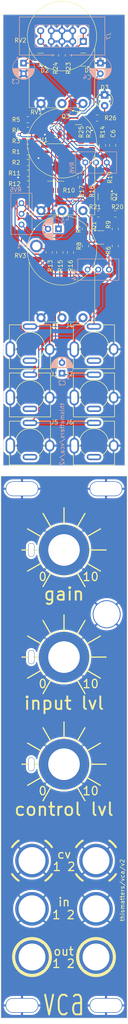
<source format=kicad_pcb>
(kicad_pcb (version 20221018) (generator pcbnew)
  (layers (0 "F.Cu" signal) (31 "B.Cu" signal) (34 "B.Paste" user) (35 "F.Paste" user) (36 "B.SilkS" user "B.Silkscreen") (37 "F.SilkS" user "F.Silkscreen") (38 "B.Mask" user) (39 "F.Mask" user) (44 "Edge.Cuts" user))
  (net 0 "")
  (net 1 "Net-(C1-Pad1)")
  (net 2 "Net-(C1-Pad2)")
  (net 3 "Net-(C2-Pad1)")
  (net 4 "Net-(C2-Pad2)")
  (net 5 "+12V")
  (net 6 "GND")
  (net 7 "-12V")
  (net 8 "Net-(D1-common)")
  (net 9 "Net-(D2-common)")
  (net 10 "Net-(D3-A)")
  (net 11 "Net-(J1-PadT)")
  (net 14 "Net-(J3-PadT)")
  (net 16 "Net-(J4-PadT)")
  (net 18 "/output")
  (net 21 "Net-(Q1A-E1)")
  (net 22 "Net-(Q1A-B1)")
  (net 23 "Net-(Q1B-C2)")
  (net 24 "Net-(Q2-B)")
  (net 25 "Net-(Q2-E)")
  (net 26 "Net-(U1A--)")
  (net 27 "Net-(U1D-+)")
  (net 28 "Net-(Q1A-C1)")
  (net 29 "Net-(R6-Pad2)")
  (net 30 "Net-(R7-Pad2)")
  (net 31 "Net-(U1B--)")
  (net 32 "Net-(U1B-+)")
  (net 33 "Net-(R10-Pad2)")
  (net 34 "Net-(R12-Pad1)")
  (net 35 "Net-(C6-Pad1)")
  (net 36 "Net-(U1C--)")
  (net 37 "Net-(R15-Pad1)")
  (net 38 "Net-(R17-Pad2)")
  (net 39 "Net-(R19-Pad1)")
  (net 40 "Net-(U1D--)")
  (net 41 "Net-(J7-Pin_1)")
  (net 42 "Net-(J7-Pin_10)")
  (net 43 "Net-(Q3-B)")
  (net 44 "/face")
  (net 45 "Net-(Q3-E)")
  (footprint "eurorack:AudioJack2_Tayda_A-2566" (layer "F.Cu") (at 25.4 96.52)
    (fp_text reference "J3")
    (fp_text value "CV 1")
  )
  (footprint "Capacitor_SMD:C_0805_2012Metric" (layer "F.Cu") (at 31.496 46.228)
    (fp_text reference "C5")
    (fp_text value "100n")
  )
  (footprint "Resistor_SMD:R_0805_2012Metric" (layer "F.Cu") (at 24.892 45.212 180)
    (fp_text reference "R4")
    (fp_text value "100K")
  )
  (footprint "eurorack:Mech-Potentiometer-Hole_level" (layer "F.Cu") (at 33.5026 144.709)
    (fp_text reference "H7")
    (fp_text value "Gain" hide)
  )
  (footprint "Resistor_SMD:R_0805_2012Metric" (layer "F.Cu") (at 40.132 56.388 -90)
    (fp_text reference "R18")
    (fp_text value "22K")
  )
  (footprint "Resistor_SMD:R_0805_2012Metric" (layer "F.Cu") (at 45.72 65.024 180)
    (fp_text reference "R20")
    (fp_text value "15K")
  )
  (footprint "Resistor_SMD:R_0805_2012Metric" (layer "F.Cu") (at 24.892 47.752)
    (fp_text reference "R3")
    (fp_text value "100K")
  )
  (footprint "Resistor_SMD:R_0805_2012Metric" (layer "F.Cu") (at 45.72 72.644 -90)
    (fp_text reference "R6")
    (fp_text value "15K")
  )
  (footprint "Resistor_SMD:R_0805_2012Metric" (layer "F.Cu") (at 32.512 74.168 90)
    (fp_text reference "R15")
    (fp_text value "68K")
  )
  (footprint "eurorack:AudioJack2_Tayda_A-2566" (layer "F.Cu") (at 25.4 119.38)
    (fp_text reference "J5")
    (fp_text value "Out 1")
  )
  (footprint "Resistor_SMD:R_0805_2012Metric" (layer "F.Cu") (at 37.592 56.388 -90)
    (fp_text reference "R17")
    (fp_text value "100K")
  )
  (footprint "Package_TO_SOT_SMD:SOT-23-3" (layer "F.Cu") (at 36.957 42.291)
    (fp_text reference "Q3")
    (fp_text value "BC547C")
  )
  (footprint "eurorack:Potentiometer_RV16AF-41-15R1" (layer "F.Cu") (at 33.02 73.66)
    (fp_text reference "RV3")
    (fp_text value "B100K")
  )
  (footprint "eurorack:Potentiometer_RV16AF-41-15R1" (layer "F.Cu") (at 33.02 22.86)
    (fp_text reference "RV2")
    (fp_text value "B100K")
  )
  (footprint "eurorack:Mech-MountingHole" (layer "F.Cu") (at 23.5026 252.704)
    (fp_text reference "H3")
    (fp_text value "MountingHole")
  )
  (footprint "eurorack:Mech-AudioJack-Hole-Input" (layer "F.Cu") (at 25.8826 229.799)
    (fp_text reference "H8")
    (fp_text value "Signal 1" hide)
  )
  (footprint "eurorack:Mech-AudioJack-Hole-Input-CV" (layer "F.Cu") (at 25.8826 218.369)
    (fp_text reference "H10")
    (fp_text value "CV 1" hide)
  )
  (footprint "eurorack:Mech-AudioJack-Hole-Output" (layer "F.Cu") (at 25.8826 241.229)
    (fp_text reference "H12")
    (fp_text value "Out 1" hide)
  )
  (footprint "Resistor_SMD:R_0805_2012Metric" (layer "F.Cu") (at 42.672 56.388 -90)
    (fp_text reference "R19")
    (fp_text value "22K")
  )
  (footprint "Resistor_SMD:R_0805_2012Metric" (layer "F.Cu") (at 37.592 48.768 90)
    (fp_text reference "R25")
    (fp_text value "100K")
  )
  (footprint "eurorack:Mech-AudioJack-Hole-Input-CV" (layer "F.Cu") (at 41.1226 218.369)
    (fp_text reference "H11")
    (fp_text value "CV 2" hide)
  )
  (footprint "Resistor_SMD:R_0805_2012Metric" (layer "F.Cu") (at 42.672 48.768 -90)
    (fp_text reference "R14")
    (fp_text value "100K")
  )
  (footprint "Resistor_SMD:R_0805_2012Metric" (layer "F.Cu") (at 31.496 27.432 90)
    (fp_text reference "R24")
    (fp_text value "10")
  )
  (footprint "Package_SO:SOIC-14_3.9x8.7mm_P1.27mm" (layer "F.Cu") (at 31.496 52.832)
    (fp_text reference "U1")
    (fp_text value "TL074")
  )
  (footprint "eurorack:Mech-MountingHole" (layer "F.Cu") (at 43.5026 252.704)
    (fp_text reference "H4")
    (fp_text value "MountingHole")
  )
  (footprint "eurorack:AudioJack2_Tayda_A-2566" (layer "F.Cu") (at 40.64 96.52)
    (fp_text reference "J4")
    (fp_text value "CV 2")
  )
  (footprint "Resistor_SMD:R_0805_2012Metric" (layer "F.Cu") (at 40.132 48.768 90)
    (fp_text reference "R22")
    (fp_text value "100K")
  )
  (footprint "eurorack:Mech-AudioJack-Hole-Input" (layer "F.Cu") (at 41.1226 229.799)
    (fp_text reference "H9")
    (fp_text value "Signal 2" hide)
  )
  (footprint "eurorack:AudioJack2_Tayda_A-2566" (layer "F.Cu") (at 25.4 107.95)
    (fp_text reference "J1")
    (fp_text value "Signal 1")
  )
  (footprint "eurorack:AudioJack2_Tayda_A-2566" (layer "F.Cu") (at 40.64 107.95)
    (fp_text reference "J2")
    (fp_text value "Signal 2")
  )
  (footprint "Package_TO_SOT_SMD:SOT-23-3" (layer "F.Cu") (at 43.18 60.96 -90)
    (fp_text reference "Q2")
    (fp_text value "BC547C")
  )
  (footprint "Resistor_SMD:R_0805_2012Metric" (layer "F.Cu") (at 24.892 42.672 180)
    (fp_text reference "R5")
    (fp_text value "1K")
  )
  (footprint "eurorack:Mech-LED-Hole-3mm-Bezel" (layer "F.Cu") (at 43.6626 159.949)
    (fp_text reference "H14" hide)
    (fp_text value "Input LED")
  )
  (footprint "Resistor_SMD:R_0805_2012Metric" (layer "F.Cu") (at 29.972 74.168 90)
    (fp_text reference "R13")
    (fp_text value "470")
  )
  (footprint "eurorack:Mech-AudioJack-Hole-Output" (layer "F.Cu") (at 41.1226 241.229)
    (fp_text reference "H13")
    (fp_text value "Out 2" hide)
  )
  (footprint "Resistor_SMD:R_0805_2012Metric" (layer "F.Cu") (at 45.72 68.58 -90)
    (fp_text reference "R9")
    (fp_text value "10K")
  )
  (footprint "eurorack:Mech-Potentiometer-Hole_level" (layer "F.Cu") (at 33.5026 195.509)
    (fp_text reference "H6")
    (fp_text value "Control lvl" hide)
  )
  (footprint "Resistor_SMD:R_0805_2012Metric" (layer "F.Cu") (at 34.544 27.432 90)
    (fp_text reference "R23")
    (fp_text value "10")
  )
  (footprint "eurorack:Potentiometer_RV16AF-41-15R1" (layer "F.Cu") (at 33.02 48.26)
    (fp_text reference "RV1")
    (fp_text value "A100K")
  )
  (footprint "Package_TO_SOT_SMD:SOT-23" (layer "F.Cu") (at 27.94 28.448 180)
    (fp_text reference "D2")
    (fp_text value "BAT54SL")
  )
  (footprint "Package_SO:TSOP-6_1.65x3.05mm_P0.95mm" (layer "F.Cu") (at 42.164 70.612)
    (fp_text reference "Q1")
    (fp_text value "BCM847")
  )
  (footprint "Resistor_SMD:R_0805_2012Metric" (layer "F.Cu") (at 38.608 68.58 90)
    (fp_text reference "R7")
    (fp_text value "15K")
  )
  (footprint "Resistor_SMD:R_0805_2012Metric" (layer "F.Cu") (at 41.656 65.024 180)
    (fp_text reference "R21")
    (fp_text value "33K")
  )
  (footprint "Resistor_SMD:R_0805_2012Metric" (layer "F.Cu") (at 38.608 72.644 90)
    (fp_text reference "R8")
    (fp_text value "10K")
  )
  (footprint "Resistor_SMD:R_0805_2012Metric" (layer "F.Cu") (at 24.892 55.372)
    (fp_text reference "R11")
    (fp_text value "100K")
  )
  (footprint "Capacitor_SMD:C_0805_2012Metric" (layer "F.Cu") (at 45.085 48.768 -90)
    (fp_text reference "C6")
    (fp_text value "100n")
  )
  (footprint "eurorack:Mech-MountingHole" (layer "F.Cu") (at 23.5026 130.204)
    (fp_text reference "H1")
    (fp_text value "MountingHole")
  )
  (footprint "eurorack:Mech-Potentiometer-Hole_level" (layer "F.Cu") (at 33.5026 170.109)
    (fp_text reference "H5")
    (fp_text value "Input lvl" hide)
  )
  (footprint "eurorack:AudioJack2_Tayda_A-2566" (layer "F.Cu") (at 40.64 119.38)
    (fp_text reference "J6")
    (fp_text value "Out 2")
  )
  (footprint "Package_TO_SOT_SMD:SOT-23" (layer "F.Cu") (at 38.1 28.448 180)
    (fp_text reference "D1")
    (fp_text value "BAT54SL")
  )
  (footprint "Resistor_SMD:R_0805_2012Metric" (layer "F.Cu") (at 31.496 59.436 180)
    (fp_text reference "R10")
    (fp_text value "100K")
  )
  (footprint "LED_THT:LED_D3.0mm" (layer "F.Cu") (at 43.18 36.825 -90)
    (fp_text reference "D3")
    (fp_text value "LED")
  )
  (footprint "Resistor_SMD:R_0805_2012Metric" (layer "F.Cu") (at 41.402 42.291 180)
    (fp_text reference "R26")
    (fp_text value "1K")
  )
  (footprint "Resistor_SMD:R_0805_2012Metric" (layer "F.Cu") (at 24.892 57.912)
    (fp_text reference "R12")
    (fp_text value "470K")
  )
  (footprint "Resistor_SMD:R_0805_2012Metric" (layer "F.Cu") (at 24.892 52.832)
    (fp_text reference "R2")
    (fp_text value "100K")
  )
  (footprint "Resistor_SMD:R_0805_2012Metric" (layer "F.Cu") (at 24.892 50.292)
    (fp_text reference "R1")
    (fp_text value "100K")
  )
  (footprint "eurorack:Mech-MountingHole" (layer "F.Cu") (at 43.5026 130.204)
    (fp_text reference "H2")
    (fp_text value "MountingHole")
  )
  (footprint "Resistor_SMD:R_0805_2012Metric" (layer "F.Cu") (at 35.052 74.168 90)
    (fp_text reference "R16")
    (fp_text value "68K")
  )
  (footprint "Capacitor_THT:CP_Radial_D5.0mm_P2.50mm" (layer "B.Cu") (at 23.876 29.274888 -90)
    (fp_text reference "C3")
    (fp_text value "22u 25V")
  )
  (footprint "Capacitor_THT:CP_Radial_D5.0mm_P2.50mm" (layer "B.Cu") (at 33.02 102.805113 90)
    (fp_text reference "C2")
    (fp_text value "10u*")
  )
  (footprint "eurorack:PinHeader_2x05_P2.54mm_Vertical" (layer "B.Cu") (at 38.1 24.13 90)
    (fp_text reference "J7")
    (fp_text value "Conn_02x05_Odd_Even")
  )
  (footprint "Potentiometer_THT:Potentiometer_Bourns_3296W_Vertical" (layer "B.Cu") (at 44.206 78.232)
    (fp_text reference "RV4")
    (fp_text value "1K")
  )
  (footprint "Capacitor_THT:CP_Radial_D5.0mm_P2.50mm" (layer "B.Cu") (at 42.164 29.274888 -90)
    (fp_text reference "C4")
    (fp_text value "22u 25V")
  )
  (footprint "Potentiometer_THT:Potentiometer_Bourns_3296W_Vertical" (layer "B.Cu") (at 38.598 52.832 180)
    (fp_text reference "RV6")
    (fp_text value "47K")
  )
  (footprint "Capacitor_THT:CP_Radial_D5.0mm_P2.50mm" (layer "B.Cu") (at 32.193112 68.58 180)
    (fp_text reference "C1")
    (fp_text value "10u*")
  )
  (footprint "Potentiometer_THT:Potentiometer_Bourns_3296W_Vertical" (layer "B.Cu") (at 23.368 62.474 90)
    (fp_text reference "RV5")
    (fp_text value "100K")
  )
  (footprint "TestPoint:TestPoint_Plated_Hole_D2.0mm" (layer "B.Cu") (at 26.924 72.644 180)
    (fp_text reference "TP1")
    (fp_text value "TestPoint")
  )
  (gr_rect (start 19.05 17.78) (end 47.9552 124.664) (stroke (width 0.1)) (fill none) (layer "Edge.Cuts"))
  (gr_rect (start 18.5026 127.204) (end 48.5026 255.704) (stroke (width 0.1)) (fill none) (layer "Edge.Cuts"))
  (gr_text "thismatters/vca/v2" (at 33.6426 109.777 90) (layer "B.SilkS") (effects (font (size 1 1)) (justify left bottom mirror)))
  (gr_text "input lvl" (at 33.5026 182.809) (layer "F.SilkS") (effects (font (size 3 3) (thickness 0.45)) (justify bottom)))
  (gr_text "in" (at 33.528 229.362) (layer "F.SilkS") (effects (font (size 2 2) (thickness 0.3)) (justify bottom)))
  (gr_text "cv" (at 33.528 218.059) (layer "F.SilkS") (effects (font (size 2 2) (thickness 0.3)) (justify bottom)))
  (gr_text "gain" (at 33.5026 156.901) (layer "F.SilkS") (effects (font (size 3 3) (thickness 0.45)) (justify bottom)))
  (gr_text "1 2" (at 33.401 232.41) (layer "F.SilkS") (effects (font (size 2 2) (thickness 0.3)) (justify bottom)))
  (gr_text "out" (at 33.401 241.046) (layer "F.SilkS") (effects (font (size 2 2) (thickness 0.3)) (justify bottom)))
  (gr_text "1 2" (at 33.528 220.98) (layer "F.SilkS") (effects (font (size 2 2) (thickness 0.3)) (justify bottom)))
  (gr_text "control lvl" (at 33.5026 207.955) (layer "F.SilkS") (effects (font (size 3 3) (thickness 0.45)) (justify bottom)))
  (gr_text "vca" (at 33.4826 255.704) (layer "F.SilkS") (effects (font (size 7 4) (thickness 0.45)) (justify bottom)))
  (gr_text "1 2" (at 33.401 243.967) (layer "F.SilkS") (effects (font (size 2 2) (thickness 0.3)) (justify bottom)))
  (gr_text "thismatters/vca/v2" (at 47.9806 232.856 90) (layer "F.SilkS") (effects (font (size 1 1)) (justify left bottom)))
  (segment (start 32.193112 68.58) (end 32.193112 65.086888) (width 0.25) (layer "B.Cu") (net 1))
  (segment (start 32.193112 65.086888) (end 33.02 64.26) (width 0.25) (layer "B.Cu") (net 1))
  (segment (start 23.9795 50.292) (end 24.967 51.2795) (width 0.25) (layer "F.Cu") (net 2))
  (segment (start 24.967 63.853888) (end 29.693112 68.58) (width 0.25) (layer "F.Cu") (net 2))
  (segment (start 24.967 51.2795) (end 24.967 63.853888) (width 0.25) (layer "F.Cu") (net 2))
  (segment (start 40.295113 102.805113) (end 40.64 103.15) (width 0.25) (layer "F.Cu") (net 3))
  (segment (start 40.64 103.15) (end 33.364887 103.15) (width 0.25) (layer "B.Cu") (net 3))
  (segment (start 33.364887 103.15) (end 33.02 102.805113) (width 0.25) (layer "B.Cu") (net 3))
  (segment (start 28.947 74.5729) (end 29.2769 74.243) (width 0.25) (layer "F.Cu") (net 4))
  (segment (start 31.487 75.0629) (end 31.487 96.23139) (width 0.25) (layer "F.Cu") (net 4))
  (segment (start 21.844 67.507854) (end 23.396073 69.059927) (width 0.25) (layer "F.Cu") (net 4))
  (segment (start 21.844 54.9675) (end 21.844 67.507854) (width 0.25) (layer "F.Cu") (net 4))
  (segment (start 23.396073 71.697013) (end 26.27196 74.5729) (width 0.25) (layer "F.Cu") (net 4))
  (segment (start 26.27196 74.5729) (end 28.947 74.5729) (width 0.25) (layer "F.Cu") (net 4))
  (segment (start 33.02 97.76439) (end 33.02 100.305113) (width 0.25) (layer "F.Cu") (net 4))
  (segment (start 23.9795 52.832) (end 21.844 54.9675) (width 0.25) (layer "F.Cu") (net 4))
  (segment (start 23.396073 69.059927) (end 23.396073 71.697013) (width 0.25) (layer "F.Cu") (net 4))
  (segment (start 29.2769 74.243) (end 30.6671 74.243) (width 0.25) (layer "F.Cu") (net 4))
  (segment (start 31.487 96.23139) (end 33.02 97.76439) (width 0.25) (layer "F.Cu") (net 4))
  (segment (start 30.6671 74.243) (end 31.487 75.0629) (width 0.25) (layer "F.Cu") (net 4))
  (segment (start 28.8775 27.498) (end 25.652888 27.498) (width 0.25) (layer "F.Cu") (net 5))
  (segment (start 30.546 46.228) (end 30.546 52.281999) (width 0.25) (layer "F.Cu") (net 5))
  (segment (start 30.546 52.281999) (end 29.995999 52.832) (width 0.25) (layer "F.Cu") (net 5))
  (segment (start 30.48 44.704) (end 30.48 46.162) (width 0.25) (layer "F.Cu") (net 5))
  (segment (start 29.995999 52.832) (end 29.021 52.832) (width 0.25) (layer "F.Cu") (net 5))
  (segment (start 28.8775 27.498) (end 39.0375 27.498) (width 0.25) (layer "F.Cu") (net 5))
  (segment (start 38.02 38.86) (end 35.8195 41.0605) (width 0.25) (layer "F.Cu") (net 5))
  (segment (start 25.652888 27.498) (end 23.876 29.274888) (width 0.25) (layer "F.Cu") (net 5))
  (segment (start 30.48 46.162) (end 30.546 46.228) (width 0.25) (layer "F.Cu") (net 5))
  (segment (start 35.8195 41.0605) (end 35.8195 41.341) (width 0.25) (layer "F.Cu") (net 5))
  (via (at 30.48 44.704) (size 0.8) (drill 0.4) (layers "F.Cu" "B.Cu") (net 5))
  (segment (start 35.052 37.592) (end 35.052 40.132) (width 0.25) (layer "B.Cu") (net 5))
  (segment (start 40.621 79.277) (end 41.666 78.232) (width 0.25) (layer "B.Cu") (net 5))
  (segment (start 38.598 59.963305) (end 38.598 52.832) (width 0.25) (layer "B.Cu") (net 5))
  (segment (start 35.052 40.132) (end 30.48 44.704) (width 0.25) (layer "B.Cu") (net 5))
  (segment (start 26.734888 29.274888) (end 23.876 29.274888) (width 0.25) (layer "B.Cu") (net 5))
  (segment (start 28.610255 65.685) (end 31.460255 62.835) (width 0.25) (layer "B.Cu") (net 5))
  (segment (start 36.32 38.86) (end 35.052 37.592) (width 0.25) (layer "B.Cu") (net 5))
  (segment (start 23.368 62.474) (end 26.579 65.685) (width 0.25) (layer "B.Cu") (net 5))
  (segment (start 21.844 63.998) (end 21.844 70.14494) (width 0.25) (layer "B.Cu") (net 5))
  (segment (start 26.579 65.685) (end 28.610255 65.685) (width 0.25) (layer "B.Cu") (net 5))
  (segment (start 30.97606 79.277) (end 40.621 79.277) (width 0.25) (layer "B.Cu") (net 5))
  (segment (start 30.48 44.714) (end 38.598 52.832) (width 0.25) (layer "B.Cu") (net 5))
  (segment (start 21.844 70.14494) (end 30.97606 79.277) (width 0.25) (layer "B.Cu") (net 5))
  (segment (start 35.052 37.592) (end 26.734888 29.274888) (width 0.25) (layer "B.Cu") (net 5))
  (segment (start 31.460255 62.835) (end 35.726305 62.835) (width 0.25) (layer "B.Cu") (net 5))
  (segment (start 35.726305 62.835) (end 38.598 59.963305) (width 0.25) (layer "B.Cu") (net 5))
  (segment (start 38.02 38.86) (end 36.32 38.86) (width 0.25) (layer "B.Cu") (net 5))
  (segment (start 30.48 44.704) (end 30.48 44.714) (width 0.25) (layer "B.Cu") (net 5))
  (segment (start 23.368 62.474) (end 21.844 63.998) (width 0.25) (layer "B.Cu") (net 5))
  (segment (start 22.323 56.634) (end 22.323 65.446854) (width 0.25) (layer "F.Cu") (net 6))
  (segment (start 23.9795 55.372) (end 23.585 55.372) (width 0.25) (layer "F.Cu") (net 6))
  (segment (start 23.895 66.059) (end 26.416 68.58) (width 0.25) (layer "F.Cu") (net 6))
  (segment (start 36.576 71.628) (end 35.052 70.104) (width 0.25) (layer "F.Cu") (net 6))
  (segment (start 44.13 55.4009) (end 44.13 59.8225) (width 0.25) (layer "F.Cu") (net 6))
  (segment (start 42.633 52.17) (end 42.633 53.9039) (width 0.25) (layer "F.Cu") (net 6))
  (segment (start 22.569 56.388) (end 22.323 56.634) (width 0.25) (layer "F.Cu") (net 6))
  (segment (start 38.637 79.277) (end 36.576 77.216) (width 0.25) (layer "F.Cu") (net 6))
  (segment (start 22.935146 66.059) (end 23.895 66.059) (width 0.25) (layer "F.Cu") (net 6))
  (segment (start 45.645 61.3375) (end 45.645 65.965) (width 0.25) (layer "F.Cu") (net 6))
  (segment (start 23.585 55.372) (end 22.569 56.388) (width 0.25) (layer "F.Cu") (net 6))
  (segment (start 45.085 49.718) (end 42.633 52.17) (width 0.25) (layer "F.Cu") (net 6))
  (segment (start 46.745 67.065) (end 46.745 68.571) (width 0.25) (layer "F.Cu") (net 6))
  (segment (start 46.745 76.699) (end 46.228 77.216) (width 0.25) (layer "F.Cu") (net 6))
  (segment (start 44.13 59.8225) (end 45.645 61.3375) (width 0.25) (layer "F.Cu") (net 6))
  (segment (start 46.745 68.571) (end 46.736 68.58) (width 0.25) (layer "F.Cu") (net 6))
  (segment (start 43.151 68.58) (end 42.614 69.117) (width 0.25) (layer "F.Cu") (net 6))
  (segment (start 42.724 70.612) (end 43.324 70.612) (width 0.25) (layer "F.Cu") (net 6))
  (segment (start 42.614 70.502) (end 42.724 70.612) (width 0.25) (layer "F.Cu") (net 6))
  (segment (start 43.1425 60.81) (end 40.282 60.81) (width 0.25) (layer "F.Cu") (net 6))
  (segment (start 44.638854 79.277) (end 38.637 79.277) (width 0.25) (layer "F.Cu") (net 6))
  (segment (start 42.672 53.9429) (end 44.13 55.4009) (width 0.25) (layer "F.Cu") (net 6))
  (segment (start 44.13 59.8225) (end 43.1425 60.81) (width 0.25) (layer "F.Cu") (net 6))
  (segment (start 45.645 65.965) (end 46.745 67.065) (width 0.25) (layer "F.Cu") (net 6))
  (segment (start 42.614 69.117) (end 42.614 70.502) (width 0.25) (layer "F.Cu") (net 6))
  (segment (start 42.633 53.9039) (end 42.672 53.9429) (width 0.25) (layer "F.Cu") (net 6))
  (segment (start 46.228 77.216) (end 46.228 77.687854) (width 0.25) (layer "F.Cu") (net 6))
  (segment (start 46.745 68.571) (end 46.745 76.699) (width 0.25) (layer "F.Cu") (net 6))
  (segment (start 28.767 51.816) (end 29.021 51.562) (width 0.25) (layer "F.Cu") (net 6))
  (segment (start 36.576 77.216) (end 36.576 71.628) (width 0.25) (layer "F.Cu") (net 6))
  (segment (start 22.323 65.446854) (end 22.935146 66.059) (width 0.25) (layer "F.Cu") (net 6))
  (segment (start 46.736 68.58) (end 43.151 68.58) (width 0.25) (layer "F.Cu") (net 6))
  (segment (start 46.228 77.687854) (end 44.638854 79.277) (width 0.25) (layer "F.Cu") (net 6))
  (segment (start 40.132 47.8555) (end 40.132 45.212) (width 0.25) (layer "F.Cu") (net 6))
  (segment (start 27.432 51.816) (end 28.767 51.816) (width 0.25) (layer "F.Cu") (net 6))
  (via (at 42.672 53.9429) (size 0.8) (drill 0.4) (layers "F.Cu" "B.Cu") (net 6))
  (via (at 30.771 53.34) (size 0.8) (drill 0.4) (layers "F.Cu" "B.Cu") (net 6))
  (via (at 40.132 45.212) (size 0.8) (drill 0.4) (layers "F.Cu" "B.Cu") (net 6))
  (via (at 27.432 51.816) (size 0.8) (drill 0.4) (layers "F.Cu" "B.Cu") (net 6))
  (via (at 28.956 46.228) (size 0.8) (drill 0.4) (layers "F.Cu" "B.Cu") (net 6))
  (via (at 26.416 68.58) (size 0.8) (drill 0.4) (layers "F.Cu" "B.Cu") (net 6))
  (via (at 22.569 56.388) (size 0.8) (drill 0.4) (layers "F.Cu" "B.Cu") (net 6))
  (segment (start 31.555198 44.265198) (end 31.555198 44.772503) (width 0.25) (layer "B.Cu") (net 6))
  (segment (start 39.643 52.343) (end 39.643 54.883) (width 0.25) (layer "B.Cu") (net 6))
  (segment (start 28.956 53.34) (end 30.771 53.34) (width 0.25) (layer "B.Cu") (net 6))
  (segment (start 29.227121 69.705) (end 33.419 69.705) (width 0.25) (layer "B.Cu") (net 6))
  (segment (start 39.624 29.972) (end 39.624 39.271255) (width 0.25) (layer "B.Cu") (net 6))
  (segment (start 37.047854 72.136) (end 42.711 77.799146) (width 0.25) (layer "B.Cu") (net 6))
  (segment (start 42.711 78.664854) (end 41.199854 80.176) (width 0.25) (layer "B.Cu") (net 6))
  (segment (start 28.02 45.292) (end 28.956 46.228) (width 0.25) (layer "B.Cu") (net 6))
  (segment (start 22.569 56.388) (end 27.141 51.816) (width 0.25) (layer "B.Cu") (net 6))
  (segment (start 39.643 54.883) (end 40.64 55.88) (width 0.25) (layer "B.Cu") (net 6))
  (segment (start 27.432 51.816) (end 28.956 53.34) (width 0.25) (layer "B.Cu") (net 6))
  (segment (start 33.419 69.705) (end 35.052 68.072) (width 0.25) (layer "B.Cu") (net 6))
  (segment (start 35.180396 40.64) (end 31.555198 44.265198) (width 0.25) (layer "B.Cu") (net 6))
  (segment (start 41.199854 80.176) (end 37.504 80.176) (width 0.25) (layer "B.Cu") (net 6))
  (segment (start 39.624 39.271255) (end 38.255255 40.64) (width 0.25) (layer "B.Cu") (net 6))
  (segment (start 38.255255 40.64) (end 35.180396 40.64) (width 0.25) (layer "B.Cu") (net 6))
  (segment (start 41.148 55.88) (end 42.672 54.356) (width 0.25) (layer "B.Cu") (net 6))
  (segment (start 31.555198 44.772503) (end 38.090695 51.308) (width 0.25) (layer "B.Cu") (net 6))
  (segment (start 42.164 29.274888) (end 40.321112 29.274888) (width 0.25) (layer "B.Cu") (net 6))
  (segment (start 28.99694 72.136) (end 37.047854 72.136) (width 0.25) (layer "B.Cu") (net 6))
  (segment (start 26.416 68.58) (end 28.102121 68.58) (width 0.25) (layer "B.Cu") (net 6))
  (segment (start 27.47294 70.612) (end 28.99694 72.136) (width 0.25) (layer "B.Cu") (net 6))
  (segment (start 24.892 70.612) (end 27.47294 70.612) (width 0.25) (layer "B.Cu") (net 6))
  (segment (start 37.504 80.176) (end 28.02 89.66) (width 0.25) (layer "B.Cu") (net 6))
  (segment (start 27.141 51.816) (end 27.432 51.816) (width 0.25) (layer "B.Cu") (net 6))
  (segment (start 42.672 54.356) (end 42.672 53.9429) (width 0.25) (layer "B.Cu") (net 6))
  (segment (start 38.608 51.308) (end 39.643 52.343) (width 0.25) (layer "B.Cu") (net 6))
  (segment (start 40.64 55.88) (end 41.148 55.88) (width 0.25) (layer "B.Cu") (net 6))
  (segment (start 38.090695 51.308) (end 38.608 51.308) (width 0.25) (layer "B.Cu") (net 6))
  (segment (start 42.711 77.799146) (end 42.711 78.664854) (width 0.25) (layer "B.Cu") (net 6))
  (segment (start 28.02 38.86) (end 28.02 45.292) (width 0.25) (layer "B.Cu") (net 6))
  (segment (start 40.321112 29.274888) (end 39.624 29.972) (width 0.25) (layer "B.Cu") (net 6))
  (segment (start 28.102121 68.58) (end 29.227121 69.705) (width 0.25) (layer "B.Cu") (net 6))
  (segment (start 31.496 47.752) (end 31.496 51.331999) (width 0.25) (layer "F.Cu") (net 7))
  (segment (start 32.996001 52.832) (end 33.971 52.832) (width 0.25) (layer "F.Cu") (net 7))
  (segment (start 32.446 46.228) (end 32.446 46.802) (width 0.25) (layer "F.Cu") (net 7))
  (segment (start 28.8775 29.398) (end 39.0375 29.398) (width 0.25) (layer "F.Cu") (net 7))
  (segment (start 43.678 52.832) (end 46.6325 55.7865) (width 0.25) (layer "F.Cu") (net 7))
  (segment (start 39.787112 29.398) (end 42.164 31.774888) (width 0.25) (layer "F.Cu") (net 7))
  (segment (start 46.6325 55.7865) (end 46.6325 65.024) (width 0.25) (layer "F.Cu") (net 7))
  (segment (start 32.446 46.802) (end 31.496 47.752) (width 0.25) (layer "F.Cu") (net 7))
  (segment (start 32.512 46.162) (end 32.446 46.228) (width 0.25) (layer "F.Cu") (net 7))
  (segment (start 39.0375 29.398) (end 39.787112 29.398) (width 0.25) (layer "F.Cu") (net 7))
  (segment (start 32.512 44.704) (end 32.512 46.162) (width 0.25) (layer "F.Cu") (net 7))
  (segment (start 31.496 51.331999) (end 32.996001 52.832) (width 0.25) (layer "F.Cu") (net 7))
  (via (at 32.512 44.704) (size 0.8) (drill 0.4) (layers "F.Cu" "B.Cu") (net 7))
  (segment (start 28.847 70.612) (end 27.94 69.705) (width 0.25) (layer "B.Cu") (net 7))
  (segment (start 25.519 69.705) (end 23.368 67.554) (width 0.25) (layer "B.Cu") (net 7))
  (segment (start 27.94 69.705) (end 25.519 69.705) (width 0.25) (layer "B.Cu") (net 7))
  (segment (start 36.576 48.768) (end 40.64 48.768) (width 0.25) (layer "B.Cu") (net 7))
  (segment (start 43.678 52.832) (end 43.678 55.519701) (width 0.25) (layer "B.Cu") (net 7))
  (segment (start 40.64 48.768) (end 43.678 51.806) (width 0.25) (layer "B.Cu") (net 7))
  (segment (start 42.164 31.774888) (end 40.64 33.298888) (width 0.25) (layer "B.Cu") (net 7))
  (segment (start 40.64 33.298888) (end 40.64 39.116) (width 0.25) (layer "B.Cu") (net 7))
  (segment (start 34.036 70.612) (end 28.847 70.612) (width 0.25) (layer "B.Cu") (net 7))
  (segment (start 36.390851 68.257149) (end 34.036 70.612) (width 0.25) (layer "B.Cu") (net 7))
  (segment (start 38.608 41.148) (end 37.592 41.148) (width 0.25) (layer "B.Cu") (net 7))
  (segment (start 40.64 39.116) (end 38.608 41.148) (width 0.25) (layer "B.Cu") (net 7))
  (segment (start 43.678 55.519701) (end 36.390851 62.80685) (width 0.25) (layer "B.Cu") (net 7))
  (segment (start 34.544 42.164) (end 32.512 44.196) (width 0.25) (layer "B.Cu") (net 7))
  (segment (start 36.576 42.164) (end 34.544 42.164) (width 0.25) (layer "B.Cu") (net 7))
  (segment (start 32.512 44.704) (end 36.576 48.768) (width 0.25) (layer "B.Cu") (net 7))
  (segment (start 37.592 41.148) (end 36.576 42.164) (width 0.25) (layer "B.Cu") (net 7))
  (segment (start 36.390851 62.80685) (end 36.390851 68.257149) (width 0.25) (layer "B.Cu") (net 7))
  (segment (start 32.512 44.196) (end 32.512 44.704) (width 0.25) (layer "B.Cu") (net 7))
  (segment (start 43.678 51.806) (end 43.678 52.832) (width 0.25) (layer "B.Cu") (net 7))
  (segment (start 34.544 28.3445) (end 37.059 28.3445) (width 0.25) (layer "F.Cu") (net 8))
  (segment (start 37.059 28.3445) (end 37.1625 28.448) (width 0.25) (layer "F.Cu") (net 8))
  (segment (start 31.496 28.3445) (end 27.106 28.3445) (width 0.25) (layer "F.Cu") (net 9))
  (segment (start 27.106 28.3445) (end 27.0025 28.448) (width 0.25) (layer "F.Cu") (net 9))
  (segment (start 43.18 39.365) (end 43.18 41.4255) (width 0.25) (layer "F.Cu") (net 10))
  (segment (start 43.18 41.4255) (end 42.3145 42.291) (width 0.25) (layer "F.Cu") (net 10))
  (segment (start 27.475 101.075) (end 25.4 103.15) (width 0.25) (layer "B.Cu") (net 11))
  (segment (start 30.96439 93.98) (end 27.475 97.46939) (width 0.25) (layer "B.Cu") (net 11))
  (segment (start 35.715255 93.98) (end 30.96439 93.98) (width 0.25) (layer "B.Cu") (net 11))
  (segment (start 42.711 86.984255) (end 35.715255 93.98) (width 0.25) (layer "B.Cu") (net 11))
  (segment (start 45.251 76.747) (end 45.251 79.717) (width 0.25) (layer "B.Cu") (net 11))
  (segment (start 39.624 65.864) (end 39.624 71.12) (width 0.25) (layer "B.Cu") (net 11))
  (segment (start 38.02 64.26) (end 39.624 65.864) (width 0.25) (layer "B.Cu") (net 11))
  (segment (start 27.475 97.46939) (end 27.475 101.075) (width 0.25) (layer "B.Cu") (net 11))
  (segment (start 42.711 82.257) (end 42.711 86.984255) (width 0.25) (layer "B.Cu") (net 11))
  (segment (start 45.251 79.717) (end 42.711 82.257) (width 0.25) (layer "B.Cu") (net 11))
  (segment (start 39.624 71.12) (end 45.251 76.747) (width 0.25) (layer "B.Cu") (net 11))
  (segment (start 38.02 89.66) (end 35.96 91.72) (width 0.25) (layer "B.Cu") (net 14))
  (segment (start 35.96 91.72) (end 25.4 91.72) (width 0.25) (layer "B.Cu") (net 14))
  (segment (start 40.64 87.376) (end 40.64 91.72) (width 0.25) (layer "F.Cu") (net 16))
  (segment (start 35.052 81.788) (end 40.64 87.376) (width 0.25) (layer "F.Cu") (net 16))
  (segment (start 35.052 75.0805) (end 35.052 81.788) (width 0.25) (layer "F.Cu") (net 16))
  (segment (start 27.475 112.505) (end 27.475 96.31528) (width 0.25) (layer "F.Cu") (net 18))
  (segment (start 27.475 96.31528) (end 23.325 92.16528) (width 0.25) (layer "F.Cu") (net 18))
  (segment (start 25.4 114.58) (end 27.475 112.505) (width 0.25) (layer "F.Cu") (net 18))
  (segment (start 23.325 92.16528) (end 23.325 81.7275) (width 0.25) (layer "F.Cu") (net 18))
  (segment (start 23.325 81.7275) (end 29.972 75.0805) (width 0.25) (layer "F.Cu") (net 18))
  (segment (start 40.64 114.58) (end 25.4 114.58) (width 0.25) (layer "B.Cu") (net 18))
  (segment (start 42.164 70.222) (end 42.164 71.002) (width 0.25) (layer "F.Cu") (net 21))
  (segment (start 42.164 71.002) (end 42.724 71.562) (width 0.25) (layer "F.Cu") (net 21))
  (segment (start 42.724 71.562) (end 43.324 71.562) (width 0.25) (layer "F.Cu") (net 21))
  (segment (start 41.004 65.2845) (end 40.7435 65.024) (width 0.25) (layer "F.Cu") (net 21))
  (segment (start 41.004 69.662) (end 41.004 65.2845) (width 0.25) (layer "F.Cu") (net 21))
  (segment (start 41.604 69.662) (end 42.164 70.222) (width 0.25) (layer "F.Cu") (net 21))
  (segment (start 41.004 69.662) (end 41.604 69.662) (width 0.25) (layer "F.Cu") (net 21))
  (segment (start 35.564653 61.971347) (end 35.569306 61.976) (width 0.25) (layer "F.Cu") (net 22))
  (segment (start 35.569306 61.976) (end 38.1 61.976) (width 0.25) (layer "F.Cu") (net 22))
  (segment (start 39.906 64.516) (end 39.906 69.819) (width 0.25) (layer "F.Cu") (net 22))
  (segment (start 39.906 69.819) (end 40.699 70.612) (width 0.25) (layer "F.Cu") (net 22))
  (segment (start 38.1 61.976) (end 39.906 63.782) (width 0.25) (layer "F.Cu") (net 22))
  (segment (start 23.876 45.212) (end 22.86 46.228) (width 0.25) (layer "F.Cu") (net 22))
  (segment (start 23.9795 45.212) (end 23.876 45.212) (width 0.25) (layer "F.Cu") (net 22))
  (segment (start 39.906 63.782) (end 39.906 64.516) (width 0.25) (layer "F.Cu") (net 22))
  (segment (start 40.699 70.612) (end 41.004 70.612) (width 0.25) (layer "F.Cu") (net 22))
  (segment (start 23.9795 42.672) (end 23.9795 45.212) (width 0.25) (layer "F.Cu") (net 22))
  (via (at 22.86 46.228) (size 0.8) (drill 0.4) (layers "F.Cu" "B.Cu") (net 22))
  (via (at 35.564653 61.971347) (size 0.8) (drill 0.4) (layers "F.Cu" "B.Cu") (net 22))
  (segment (start 26.416 46.736) (end 31.496 51.816) (width 0.25) (layer "B.Cu") (net 22))
  (segment (start 22.86 46.228) (end 23.368 46.736) (width 0.25) (layer "B.Cu") (net 22))
  (segment (start 32.512 61.976) (end 35.56 61.976) (width 0.25) (layer "B.Cu") (net 22))
  (segment (start 35.56 61.976) (end 35.564653 61.971347) (width 0.25) (layer "B.Cu") (net 22))
  (segment (start 23.368 46.736) (end 26.416 46.736) (width 0.25) (layer "B.Cu") (net 22))
  (segment (start 31.496 60.96) (end 32.512 61.976) (width 0.25) (layer "B.Cu") (net 22))
  (segment (start 31.496 51.816) (end 31.496 60.96) (width 0.25) (layer "B.Cu") (net 22))
  (segment (start 38.608 71.7315) (end 38.608 69.4925) (width 0.25) (layer "F.Cu") (net 23))
  (segment (start 38.608 71.7315) (end 40.8345 71.7315) (width 0.25) (layer "F.Cu") (net 23))
  (segment (start 40.8345 71.7315) (end 41.004 71.562) (width 0.25) (layer "F.Cu") (net 23))
  (segment (start 42.672 57.3005) (end 42.672 59.3805) (width 0.25) (layer "F.Cu") (net 24))
  (segment (start 40.132 57.3005) (end 42.672 57.3005) (width 0.25) (layer "F.Cu") (net 24))
  (segment (start 42.672 59.3805) (end 42.23 59.8225) (width 0.25) (layer "F.Cu") (net 24))
  (segment (start 43.18 64.4125) (end 42.5685 65.024) (width 0.25) (layer "F.Cu") (net 25))
  (segment (start 43.18 62.0975) (end 43.18 64.4125) (width 0.25) (layer "F.Cu") (net 25))
  (segment (start 42.5685 65.024) (end 44.8075 65.024) (width 0.25) (layer "F.Cu") (net 25))
  (segment (start 23.9795 47.752) (end 23.9795 48.467) (width 0.25) (layer "F.Cu") (net 26))
  (segment (start 23.9795 48.467) (end 25.8045 50.292) (width 0.25) (layer "F.Cu") (net 26))
  (segment (start 25.8045 50.292) (end 25.8045 52.832) (width 0.25) (layer "F.Cu") (net 26))
  (segment (start 29.021 50.292) (end 25.8045 50.292) (width 0.25) (layer "F.Cu") (net 26))
  (segment (start 25.8045 47.752) (end 27.751 47.752) (width 0.25) (layer "F.Cu") (net 27))
  (segment (start 32.512 51.077999) (end 32.996001 51.562) (width 0.25) (layer "F.Cu") (net 27))
  (segment (start 27.751 47.752) (end 29.021 49.022) (width 0.25) (layer "F.Cu") (net 27))
  (segment (start 25.8045 45.212) (end 25.8045 47.752) (width 0.25) (layer "F.Cu") (net 27))
  (segment (start 33.528 47.752) (end 32.512 48.768) (width 0.25) (layer "F.Cu") (net 27))
  (segment (start 32.512 48.768) (end 32.512 51.077999) (width 0.25) (layer "F.Cu") (net 27))
  (segment (start 29.021 49.022) (end 28.8615 48.8625) (width 0.25) (layer "F.Cu") (net 27))
  (segment (start 32.996001 51.562) (end 33.971 51.562) (width 0.25) (layer "F.Cu") (net 27))
  (segment (start 27.3285 43.688) (end 32.521305 43.688) (width 0.25) (layer "F.Cu") (net 27))
  (segment (start 25.8045 45.212) (end 27.3285 43.688) (width 0.25) (layer "F.Cu") (net 27))
  (segment (start 32.521305 43.688) (end 33.528 44.694695) (width 0.25) (layer "F.Cu") (net 27))
  (segment (start 33.528 44.694695) (end 33.528 47.752) (width 0.25) (layer "F.Cu") (net 27))
  (segment (start 45.72 69.4925) (end 45.72 71.7315) (width 0.25) (layer "F.Cu") (net 28))
  (segment (start 45.72 69.4925) (end 43.4935 69.4925) (width 0.25) (layer "F.Cu") (net 28))
  (segment (start 43.4935 69.4925) (end 43.324 69.662) (width 0.25) (layer "F.Cu") (net 28))
  (segment (start 44.206 78.232) (end 44.206 75.0705) (width 0.25) (layer "F.Cu") (net 29))
  (segment (start 44.206 75.0705) (end 45.72 73.5565) (width 0.25) (layer "F.Cu") (net 29))
  (segment (start 39.845999 73.261899) (end 39.2281 72.644) (width 0.25) (layer "F.Cu") (net 30))
  (segment (start 39.845999 77.512001) (end 39.845999 73.261899) (width 0.25) (layer "F.Cu") (net 30))
  (segment (start 37.583 68.6925) (end 38.608 67.6675) (width 0.25) (layer "F.Cu") (net 30))
  (segment (start 39.126 78.232) (end 39.845999 77.512001) (width 0.25) (layer "F.Cu") (net 30))
  (segment (start 37.583 72.2391) (end 37.583 68.6925) (width 0.25) (layer "F.Cu") (net 30))
  (segment (start 37.9879 72.644) (end 37.583 72.2391) (width 0.25) (layer "F.Cu") (net 30))
  (segment (start 39.2281 72.644) (end 37.9879 72.644) (width 0.25) (layer "F.Cu") (net 30))
  (segment (start 35.56 64.008) (end 35.56 62.992) (width 0.25) (layer "F.Cu") (net 31))
  (segment (start 29.995999 55.372) (end 32.4085 57.784501) (width 0.25) (layer "F.Cu") (net 31))
  (segment (start 37.4885 73.5565) (end 37.084 73.152) (width 0.25) (layer "F.Cu") (net 31))
  (segment (start 37.084 73.152) (end 37.084 65.532) (width 0.25) (layer "F.Cu") (net 31))
  (segment (start 38.608 73.5565) (end 37.4885 73.5565) (width 0.25) (layer "F.Cu") (net 31))
  (segment (start 29.021 55.372) (end 29.995999 55.372) (width 0.25) (layer "F.Cu") (net 31))
  (segment (start 32.4085 59.8405) (end 32.4085 59.436) (width 0.25) (layer "F.Cu") (net 31))
  (segment (start 37.084 65.532) (end 35.56 64.008) (width 0.25) (layer "F.Cu") (net 31))
  (segment (start 35.56 62.992) (end 32.4085 59.8405) (width 0.25) (layer "F.Cu") (net 31))
  (segment (start 32.4085 57.784501) (end 32.4085 59.436) (width 0.25) (layer "F.Cu") (net 31))
  (segment (start 33.246 57.946092) (end 33.246 59.662) (width 0.25) (layer "F.Cu") (net 32))
  (segment (start 33.246 59.662) (end 34.830347 61.246347) (width 0.25) (layer "F.Cu") (net 32))
  (segment (start 40.712346 63.95195) (end 41.20405 63.95195) (width 0.25) (layer "F.Cu") (net 32))
  (segment (start 43.6794 67.6675) (end 45.72 67.6675) (width 0.25) (layer "F.Cu") (net 32))
  (segment (start 29.401908 54.102) (end 33.246 57.946092) (width 0.25) (layer "F.Cu") (net 32))
  (segment (start 41.20405 63.95195) (end 41.656 64.4039) (width 0.25) (layer "F.Cu") (net 32))
  (segment (start 29.021 54.102) (end 29.401908 54.102) (width 0.25) (layer "F.Cu") (net 32))
  (segment (start 29.021 54.102) (end 27.0745 54.102) (width 0.25) (layer "F.Cu") (net 32))
  (segment (start 41.656 64.4039) (end 41.656 65.6441) (width 0.25) (layer "F.Cu") (net 32))
  (segment (start 25.8045 57.912) (end 25.8045 55.372) (width 0.25) (layer "F.Cu") (net 32))
  (segment (start 27.0745 54.102) (end 25.8045 55.372) (width 0.25) (layer "F.Cu") (net 32))
  (segment (start 41.656 65.6441) (end 43.6794 67.6675) (width 0.25) (layer "F.Cu") (net 32))
  (segment (start 34.830347 61.246347) (end 38.006743 61.246347) (width 0.25) (layer "F.Cu") (net 32))
  (segment (start 38.006743 61.246347) (end 40.712346 63.95195) (width 0.25) (layer "F.Cu") (net 32))
  (segment (start 30.818112 59.670612) (end 30.5835 59.436) (width 0.25) (layer "F.Cu") (net 33))
  (segment (start 29.972 73.2555) (end 30.818112 72.409388) (width 0.25) (layer "F.Cu") (net 33))
  (segment (start 27.5355 73.2555) (end 26.924 72.644) (width 0.25) (layer "F.Cu") (net 33))
  (segment (start 29.972 73.2555) (end 27.5355 73.2555) (width 0.25) (layer "F.Cu") (net 33))
  (segment (start 30.5835 58.2045) (end 30.5835 59.436) (width 0.25) (layer "F.Cu") (net 33))
  (segment (start 29.021 56.642) (end 30.5835 58.2045) (width 0.25) (layer "F.Cu") (net 33))
  (segment (start 30.818112 72.409388) (end 30.818112 59.670612) (width 0.25) (layer "F.Cu") (net 33))
  (segment (start 24.413 63.969) (end 23.368 65.014) (width 0.25) (layer "F.Cu") (net 34))
  (segment (start 24.413 58.3455) (end 24.413 63.969) (width 0.25) (layer "F.Cu") (net 34))
  (segment (start 23.9795 57.912) (end 24.413 58.3455) (width 0.25) (layer "F.Cu") (net 34))
  (segment (start 42.7095 47.818) (end 42.672 47.8555) (width 0.25) (layer "F.Cu") (net 35))
  (segment (start 41.477 38.937) (end 39.624 37.084) (width 0.25) (layer "F.Cu") (net 35))
  (segment (start 45.085 47.818) (end 42.7095 47.818) (width 0.25) (layer "F.Cu") (net 35))
  (segment (start 41.477 46.6605) (end 41.477 38.937) (width 0.25) (layer "F.Cu") (net 35))
  (segment (start 34.796 37.084) (end 33.02 38.86) (width 0.25) (layer "F.Cu") (net 35))
  (segment (start 39.624 37.084) (end 34.796 37.084) (width 0.25) (layer "F.Cu") (net 35))
  (segment (start 42.672 47.8555) (end 41.477 46.6605) (width 0.25) (layer "F.Cu") (net 35))
  (segment (start 43.4595 48.893) (end 45.845 48.893) (width 0.25) (layer "F.Cu") (net 36))
  (segment (start 40.093 52.2595) (end 40.093 52.9745) (width 0.25) (layer "F.Cu") (net 36))
  (segment (start 36.077 76.660854) (end 36.077 74.2805) (width 0.25) (layer "F.Cu") (net 36))
  (segment (start 47.47 50.518) (end 47.47 78.514) (width 0.25) (layer "F.Cu") (net 36))
  (segment (start 38.1 80.772) (end 36.096073 78.768073) (width 0.25) (layer "F.Cu") (net 36))
  (segment (start 36.096073 78.768073) (end 36.096073 76.679927) (width 0.25) (layer "F.Cu") (net 36))
  (segment (start 36.077 74.2805) (end 35.052 73.2555) (width 0.25) (layer "F.Cu") (net 36))
  (segment (start 42.672 49.6805) (end 43.4595 48.893) (width 0.25) (layer "F.Cu") (net 36))
  (segment (start 36.096073 76.679927) (end 36.077 76.660854) (width 0.25) (layer "F.Cu") (net 36))
  (segment (start 47.47 78.514) (end 45.212 80.772) (width 0.25) (layer "F.Cu") (net 36))
  (segment (start 40.093 52.9745) (end 37.592 55.4755) (width 0.25) (layer "F.Cu") (net 36))
  (segment (start 34.0745 55.4755) (end 33.971 55.372) (width 0.25) (layer "F.Cu") (net 36))
  (segment (start 45.212 80.772) (end 38.1 80.772) (width 0.25) (layer "F.Cu") (net 36))
  (segment (start 42.672 49.6805) (end 40.093 52.2595) (width 0.25) (layer "F.Cu") (net 36))
  (segment (start 45.845 48.893) (end 47.47 50.518) (width 0.25) (layer "F.Cu") (net 36))
  (segment (start 35.052 73.2555) (end 32.512 73.2555) (width 0.25) (layer "F.Cu") (net 36))
  (segment (start 37.592 55.4755) (end 34.0745 55.4755) (width 0.25) (layer "F.Cu") (net 36))
  (segment (start 32.512 75.0805) (end 32.512 89.152) (width 0.25) (layer "F.Cu") (net 37))
  (segment (start 32.512 89.152) (end 33.02 89.66) (width 0.25) (layer "F.Cu") (net 37))
  (segment (start 37.6955 57.3005) (end 39.5205 55.4755) (width 0.25) (layer "F.Cu") (net 38))
  (segment (start 39.5205 55.4755) (end 40.132 55.4755) (width 0.25) (layer "F.Cu") (net 38))
  (segment (start 34.6295 57.3005) (end 33.971 56.642) (width 0.25) (layer "F.Cu") (net 38))
  (segment (start 37.592 57.3005) (end 34.6295 57.3005) (width 0.25) (layer "F.Cu") (net 38))
  (segment (start 37.592 57.3005) (end 37.6955 57.3005) (width 0.25) (layer "F.Cu") (net 38))
  (segment (start 41.138 52.832) (end 41.138 53.9415) (width 0.25) (layer "F.Cu") (net 39))
  (segment (start 41.138 53.9415) (end 42.672 55.4755) (width 0.25) (layer "F.Cu") (net 39))
  (segment (start 33.971 50.292) (end 36.9805 50.292) (width 0.25) (layer "F.Cu") (net 40))
  (segment (start 36.9805 50.292) (end 37.592 49.6805) (width 0.25) (layer "F.Cu") (net 40))
  (segment (start 37.592 49.6805) (end 40.132 49.6805) (width 0.25) (layer "F.Cu") (net 40))
  (segment (start 35.7105 26.5195) (end 34.544 26.5195) (width 0.25) (layer "F.Cu") (net 41))
  (segment (start 38.1 21.59) (end 38.1 24.13) (width 0.25) (layer "F.Cu") (net 41))
  (segment (start 38.1 24.13) (end 35.7105 26.5195) (width 0.25) (layer "F.Cu") (net 41))
  (segment (start 27.94 24.13) (end 27.94 21.59) (width 0.25) (layer "F.Cu") (net 42))
  (segment (start 30.3295 26.5195) (end 27.94 24.13) (width 0.25) (layer "F.Cu") (net 42))
  (segment (start 31.496 26.5195) (end 30.3295 26.5195) (width 0.25) (layer "F.Cu") (net 42))
  (segment (start 37.592 47.8555) (end 35.1375 47.8555) (width 0.25) (layer "F.Cu") (net 43))
  (segment (start 35.1375 47.8555) (end 33.971 49.022) (width 0.25) (layer "F.Cu") (net 43))
  (segment (start 37.592 45.0135) (end 37.592 47.8555) (width 0.25) (layer "F.Cu") (net 43))
  (segment (start 35.8195 43.241) (end 37.592 45.0135) (width 0.25) (layer "F.Cu") (net 43))
  (segment (start 40.4895 42.291) (end 38.0945 42.291) (width 0.25) (layer "F.Cu") (net 45))
  (zone (net 6) (net_name "GND") (layers "F&B.Cu") (priority 1) (connect_pads (clearance 0.5)) (min_thickness 0.25) (fill yes (thermal_gap 0.5) (thermal_bridge_width 0.5))
    (polygon (pts (xy 19.05 17.78) (xy 48.26 17.78) (xy 48.26 125.73) (xy 19.05 125.73) (xy 19.05 105.156)))
  )
  (zone (net 44) (net_name "/face") (layers "F&B.Cu") (connect_pads (clearance 0.5)) (min_thickness 0.25) (fill yes (thermal_gap 0.5) (thermal_bridge_width 0.5))
    (polygon (pts (xy 18.2626 127.192) (xy 48.7426 127.192) (xy 48.7426 255.716) (xy 18.2626 255.716) (xy 18.2626 127.954)))
  )
)
</source>
